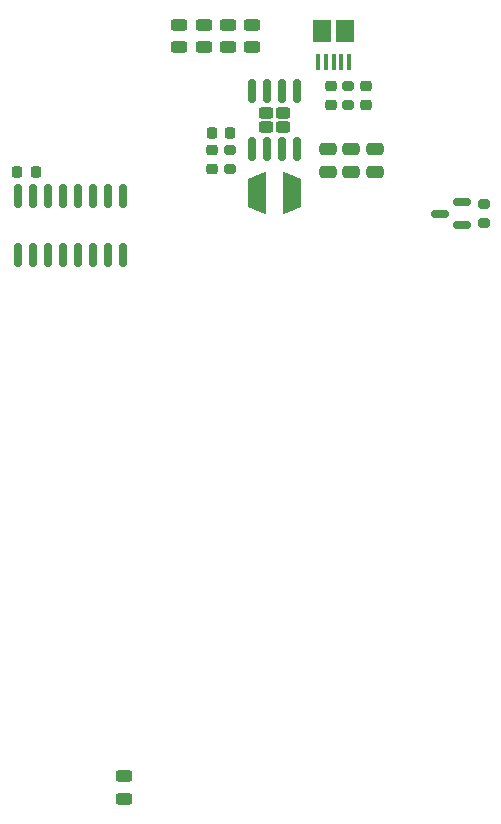
<source format=gtp>
%TF.GenerationSoftware,KiCad,Pcbnew,(7.0.0)*%
%TF.CreationDate,2023-03-15T20:35:50+00:00*%
%TF.ProjectId,porta-jelly,706f7274-612d-46a6-956c-6c792e6b6963,rev?*%
%TF.SameCoordinates,Original*%
%TF.FileFunction,Paste,Top*%
%TF.FilePolarity,Positive*%
%FSLAX46Y46*%
G04 Gerber Fmt 4.6, Leading zero omitted, Abs format (unit mm)*
G04 Created by KiCad (PCBNEW (7.0.0)) date 2023-03-15 20:35:50*
%MOMM*%
%LPD*%
G01*
G04 APERTURE LIST*
G04 Aperture macros list*
%AMRoundRect*
0 Rectangle with rounded corners*
0 $1 Rounding radius*
0 $2 $3 $4 $5 $6 $7 $8 $9 X,Y pos of 4 corners*
0 Add a 4 corners polygon primitive as box body*
4,1,4,$2,$3,$4,$5,$6,$7,$8,$9,$2,$3,0*
0 Add four circle primitives for the rounded corners*
1,1,$1+$1,$2,$3*
1,1,$1+$1,$4,$5*
1,1,$1+$1,$6,$7*
1,1,$1+$1,$8,$9*
0 Add four rect primitives between the rounded corners*
20,1,$1+$1,$2,$3,$4,$5,0*
20,1,$1+$1,$4,$5,$6,$7,0*
20,1,$1+$1,$6,$7,$8,$9,0*
20,1,$1+$1,$8,$9,$2,$3,0*%
%AMOutline4P*
0 Free polygon, 4 corners , with rotation*
0 The origin of the aperture is its center*
0 number of corners: always 4*
0 $1 to $8 corner X, Y*
0 $9 Rotation angle, in degrees counterclockwise*
0 create outline with 4 corners*
4,1,4,$1,$2,$3,$4,$5,$6,$7,$8,$1,$2,$9*%
G04 Aperture macros list end*
%ADD10RoundRect,0.243750X0.456250X-0.243750X0.456250X0.243750X-0.456250X0.243750X-0.456250X-0.243750X0*%
%ADD11RoundRect,0.225000X-0.250000X0.225000X-0.250000X-0.225000X0.250000X-0.225000X0.250000X0.225000X0*%
%ADD12RoundRect,0.200000X-0.275000X0.200000X-0.275000X-0.200000X0.275000X-0.200000X0.275000X0.200000X0*%
%ADD13RoundRect,0.250000X-0.475000X0.250000X-0.475000X-0.250000X0.475000X-0.250000X0.475000X0.250000X0*%
%ADD14RoundRect,0.200000X0.275000X-0.200000X0.275000X0.200000X-0.275000X0.200000X-0.275000X-0.200000X0*%
%ADD15RoundRect,0.225000X0.250000X-0.225000X0.250000X0.225000X-0.250000X0.225000X-0.250000X-0.225000X0*%
%ADD16Outline4P,-0.725000X-1.800000X0.725000X-1.200000X0.725000X1.200000X-0.725000X1.800000X0.000000*%
%ADD17Outline4P,-0.725000X-1.200000X0.725000X-1.800000X0.725000X1.800000X-0.725000X1.200000X0.000000*%
%ADD18RoundRect,0.243750X-0.456250X0.243750X-0.456250X-0.243750X0.456250X-0.243750X0.456250X0.243750X0*%
%ADD19R,0.400000X1.350000*%
%ADD20R,1.500000X1.900000*%
%ADD21RoundRect,0.150000X0.587500X0.150000X-0.587500X0.150000X-0.587500X-0.150000X0.587500X-0.150000X0*%
%ADD22RoundRect,0.150000X0.150000X-0.825000X0.150000X0.825000X-0.150000X0.825000X-0.150000X-0.825000X0*%
%ADD23RoundRect,0.225000X0.225000X0.250000X-0.225000X0.250000X-0.225000X-0.250000X0.225000X-0.250000X0*%
%ADD24RoundRect,0.240000X-0.385000X0.240000X-0.385000X-0.240000X0.385000X-0.240000X0.385000X0.240000X0*%
%ADD25RoundRect,0.150000X-0.150000X0.825000X-0.150000X-0.825000X0.150000X-0.825000X0.150000X0.825000X0*%
%ADD26RoundRect,0.225000X-0.225000X-0.250000X0.225000X-0.250000X0.225000X0.250000X-0.225000X0.250000X0*%
G04 APERTURE END LIST*
D10*
%TO.C,D2*%
X101950000Y-67937500D03*
X101950000Y-66062500D03*
%TD*%
%TO.C,D4*%
X106050000Y-67937500D03*
X106050000Y-66062500D03*
%TD*%
D11*
%TO.C,C2*%
X114750000Y-71225000D03*
X114750000Y-72775000D03*
%TD*%
D12*
%TO.C,R2*%
X116250000Y-71175000D03*
X116250000Y-72825000D03*
%TD*%
D10*
%TO.C,D1*%
X97250000Y-131537500D03*
X97250000Y-129662500D03*
%TD*%
D13*
%TO.C,C4*%
X116500000Y-76550000D03*
X116500000Y-78450000D03*
%TD*%
D14*
%TO.C,R3*%
X106250000Y-78250000D03*
X106250000Y-76600000D03*
%TD*%
D15*
%TO.C,C7*%
X117750000Y-72775000D03*
X117750000Y-71225000D03*
%TD*%
D16*
%TO.C,L1*%
X111475000Y-80250000D03*
D17*
X108525000Y-80250000D03*
%TD*%
D18*
%TO.C,D3*%
X104000000Y-66062500D03*
X104000000Y-67937500D03*
%TD*%
D19*
%TO.C,J1*%
X116299999Y-69212499D03*
X115649999Y-69212499D03*
X114999999Y-69212499D03*
X114349999Y-69212499D03*
X113699999Y-69212499D03*
D20*
X115999999Y-66512499D03*
X113999999Y-66512499D03*
%TD*%
D21*
%TO.C,Q1*%
X125875000Y-82950000D03*
X125875000Y-81050000D03*
X124000000Y-82000000D03*
%TD*%
D22*
%TO.C,U1*%
X88305000Y-85475000D03*
X89575000Y-85475000D03*
X90845000Y-85475000D03*
X92115000Y-85475000D03*
X93385000Y-85475000D03*
X94655000Y-85475000D03*
X95925000Y-85475000D03*
X97195000Y-85475000D03*
X97195000Y-80525000D03*
X95925000Y-80525000D03*
X94655000Y-80525000D03*
X93385000Y-80525000D03*
X92115000Y-80525000D03*
X90845000Y-80525000D03*
X89575000Y-80525000D03*
X88305000Y-80525000D03*
%TD*%
D23*
%TO.C,C8*%
X106275000Y-75175000D03*
X104725000Y-75175000D03*
%TD*%
D13*
%TO.C,C3*%
X118500000Y-76550000D03*
X118500000Y-78450000D03*
%TD*%
D15*
%TO.C,C6*%
X104750000Y-78200000D03*
X104750000Y-76650000D03*
%TD*%
D13*
%TO.C,C5*%
X114500000Y-76550000D03*
X114500000Y-78450000D03*
%TD*%
D14*
%TO.C,R4*%
X127750000Y-82825000D03*
X127750000Y-81175000D03*
%TD*%
D24*
%TO.C,U3*%
X110750000Y-73530000D03*
X109250000Y-73530000D03*
X110750000Y-74670000D03*
X109250000Y-74670000D03*
D25*
X111905000Y-71625000D03*
X110635000Y-71625000D03*
X109365000Y-71625000D03*
X108095000Y-71625000D03*
X108095000Y-76575000D03*
X109365000Y-76575000D03*
X110635000Y-76575000D03*
X111905000Y-76575000D03*
%TD*%
D18*
%TO.C,D5*%
X108100000Y-66062500D03*
X108100000Y-67937500D03*
%TD*%
D26*
%TO.C,C1*%
X88225000Y-78500000D03*
X89775000Y-78500000D03*
%TD*%
M02*

</source>
